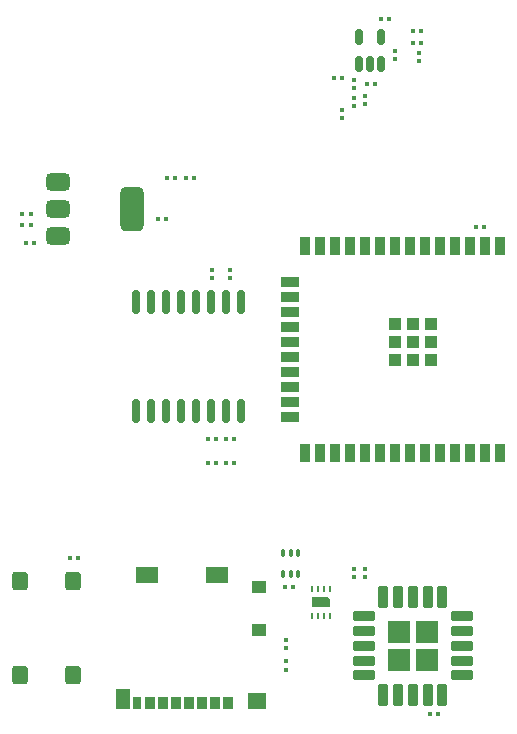
<source format=gtp>
%TF.GenerationSoftware,KiCad,Pcbnew,9.0.6*%
%TF.CreationDate,2026-01-28T16:00:35+00:00*%
%TF.ProjectId,RoomHealthBlackBox,526f6f6d-4865-4616-9c74-68426c61636b,rev?*%
%TF.SameCoordinates,Original*%
%TF.FileFunction,Paste,Top*%
%TF.FilePolarity,Positive*%
%FSLAX46Y46*%
G04 Gerber Fmt 4.6, Leading zero omitted, Abs format (unit mm)*
G04 Created by KiCad (PCBNEW 9.0.6) date 2026-01-28 16:00:35*
%MOMM*%
%LPD*%
G01*
G04 APERTURE LIST*
G04 Aperture macros list*
%AMRoundRect*
0 Rectangle with rounded corners*
0 $1 Rounding radius*
0 $2 $3 $4 $5 $6 $7 $8 $9 X,Y pos of 4 corners*
0 Add a 4 corners polygon primitive as box body*
4,1,4,$2,$3,$4,$5,$6,$7,$8,$9,$2,$3,0*
0 Add four circle primitives for the rounded corners*
1,1,$1+$1,$2,$3*
1,1,$1+$1,$4,$5*
1,1,$1+$1,$6,$7*
1,1,$1+$1,$8,$9*
0 Add four rect primitives between the rounded corners*
20,1,$1+$1,$2,$3,$4,$5,0*
20,1,$1+$1,$4,$5,$6,$7,0*
20,1,$1+$1,$6,$7,$8,$9,0*
20,1,$1+$1,$8,$9,$2,$3,0*%
%AMFreePoly0*
4,1,6,0.450000,-0.800000,-0.450000,-0.800000,-0.450000,0.530000,-0.180000,0.800000,0.450000,0.800000,0.450000,-0.800000,0.450000,-0.800000,$1*%
G04 Aperture macros list end*
%ADD10RoundRect,0.079500X0.079500X0.100500X-0.079500X0.100500X-0.079500X-0.100500X0.079500X-0.100500X0*%
%ADD11RoundRect,0.079500X0.100500X-0.079500X0.100500X0.079500X-0.100500X0.079500X-0.100500X-0.079500X0*%
%ADD12RoundRect,0.079500X-0.079500X-0.100500X0.079500X-0.100500X0.079500X0.100500X-0.079500X0.100500X0*%
%ADD13RoundRect,0.079500X-0.100500X0.079500X-0.100500X-0.079500X0.100500X-0.079500X0.100500X0.079500X0*%
%ADD14R,0.850000X1.100000*%
%ADD15R,0.750000X1.100000*%
%ADD16R,1.200000X1.000000*%
%ADD17R,1.550000X1.350000*%
%ADD18R,1.900000X1.350000*%
%ADD19R,1.170000X1.800000*%
%ADD20RoundRect,0.375000X-0.625000X-0.375000X0.625000X-0.375000X0.625000X0.375000X-0.625000X0.375000X0*%
%ADD21RoundRect,0.500000X-0.500000X-1.400000X0.500000X-1.400000X0.500000X1.400000X-0.500000X1.400000X0*%
%ADD22RoundRect,0.250001X0.714999X0.714999X-0.714999X0.714999X-0.714999X-0.714999X0.714999X-0.714999X0*%
%ADD23RoundRect,0.212500X0.737500X0.212500X-0.737500X0.212500X-0.737500X-0.212500X0.737500X-0.212500X0*%
%ADD24RoundRect,0.212500X0.212500X0.737500X-0.212500X0.737500X-0.212500X-0.737500X0.212500X-0.737500X0*%
%ADD25RoundRect,0.250000X0.400000X-0.525000X0.400000X0.525000X-0.400000X0.525000X-0.400000X-0.525000X0*%
%ADD26R,0.900000X1.500000*%
%ADD27R,1.500000X0.900000*%
%ADD28R,1.050000X1.050000*%
%ADD29RoundRect,0.150000X0.150000X-0.512500X0.150000X0.512500X-0.150000X0.512500X-0.150000X-0.512500X0*%
%ADD30RoundRect,0.150000X-0.150000X0.875000X-0.150000X-0.875000X0.150000X-0.875000X0.150000X0.875000X0*%
%ADD31RoundRect,0.075000X0.075000X-0.250000X0.075000X0.250000X-0.075000X0.250000X-0.075000X-0.250000X0*%
%ADD32FreePoly0,270.000000*%
%ADD33R,0.250000X0.550000*%
G04 APERTURE END LIST*
D10*
%TO.C,D_ENV1*%
X169500000Y-96460000D03*
X168810000Y-96460000D03*
%TD*%
D11*
%TO.C,R2*%
X166500000Y-143665000D03*
X166500000Y-142975000D03*
%TD*%
D12*
%TO.C,R_ENV1*%
X171500000Y-98460000D03*
X172190000Y-98460000D03*
%TD*%
D10*
%TO.C,R_LED_R1*%
X154845000Y-134000000D03*
X154155000Y-134000000D03*
%TD*%
D13*
%TO.C,R4*%
X166500000Y-103115000D03*
X166500000Y-103805000D03*
%TD*%
D12*
%TO.C,R_V1*%
X150711000Y-109892840D03*
X151401000Y-109892840D03*
%TD*%
D14*
%TO.C,J2*%
X155835000Y-154325000D03*
X154735000Y-154325000D03*
X153635000Y-154325000D03*
X152535000Y-154325000D03*
X151435000Y-154325000D03*
X150335000Y-154325000D03*
X149235000Y-154325000D03*
D15*
X148185000Y-154325000D03*
D16*
X158470000Y-148175000D03*
X158470000Y-144475000D03*
D17*
X158295000Y-154200000D03*
D18*
X154970000Y-143500000D03*
X149000000Y-143500000D03*
D19*
X146975000Y-153975000D03*
%TD*%
D13*
%TO.C,R7*%
X170000000Y-99115000D03*
X170000000Y-99805000D03*
%TD*%
%TO.C,R_ADC1*%
X172000000Y-99270000D03*
X172000000Y-99960000D03*
%TD*%
D11*
%TO.C,R1*%
X167500000Y-143640000D03*
X167500000Y-142950000D03*
%TD*%
%TO.C,C_SD1*%
X160800001Y-151500000D03*
X160800001Y-150810000D03*
%TD*%
D10*
%TO.C,D1*%
X139146000Y-112892840D03*
X138456000Y-112892840D03*
%TD*%
D11*
%TO.C,R5*%
X166500000Y-102305000D03*
X166500000Y-101615000D03*
%TD*%
D12*
%TO.C,C_ENV1*%
X171500000Y-97460000D03*
X172190000Y-97460000D03*
%TD*%
D10*
%TO.C,D2*%
X139146000Y-113892840D03*
X138456000Y-113892840D03*
%TD*%
%TO.C,R_LED_G1*%
X154870000Y-132000000D03*
X154180000Y-132000000D03*
%TD*%
D12*
%TO.C,C_IN1*%
X138776000Y-115392840D03*
X139466000Y-115392840D03*
%TD*%
D20*
%TO.C,U3*%
X141451000Y-110200000D03*
X141451000Y-112500000D03*
D21*
X147751000Y-112500000D03*
D20*
X141451000Y-114800000D03*
%TD*%
D11*
%TO.C,C_REF1*%
X167500000Y-103650000D03*
X167500000Y-102960000D03*
%TD*%
D12*
%TO.C,C_CO2*%
X172960000Y-155300000D03*
X173650000Y-155300000D03*
%TD*%
D11*
%TO.C,R3*%
X165500000Y-104805000D03*
X165500000Y-104115000D03*
%TD*%
D13*
%TO.C,R_RTCINT1*%
X154500000Y-117655000D03*
X154500000Y-118345000D03*
%TD*%
D22*
%TO.C,U4*%
X172705000Y-150700000D03*
X172705000Y-148300000D03*
X170305000Y-150700000D03*
X170305000Y-148300000D03*
D23*
X175655000Y-152000000D03*
X175655000Y-150750000D03*
X175655000Y-149500000D03*
X175655000Y-148250000D03*
X175655000Y-147000000D03*
D24*
X174005000Y-145350000D03*
X172755000Y-145350000D03*
X171505000Y-145350000D03*
X170255000Y-145350000D03*
X169005000Y-145350000D03*
D23*
X167355000Y-147000000D03*
X167355000Y-148250000D03*
X167355000Y-149500000D03*
X167355000Y-150750000D03*
X167355000Y-152000000D03*
D24*
X169005000Y-153650000D03*
X170255000Y-153650000D03*
X171505000Y-153650000D03*
X172755000Y-153650000D03*
X174005000Y-153650000D03*
%TD*%
D10*
%TO.C,C_IN2*%
X165525000Y-101460000D03*
X164835000Y-101460000D03*
%TD*%
D25*
%TO.C,SW_CFG1*%
X138250000Y-151980000D03*
X138250000Y-144020000D03*
X142750000Y-151980000D03*
X142750000Y-144020000D03*
%TD*%
D10*
%TO.C,C_OUT1*%
X150646000Y-113392840D03*
X149956000Y-113392840D03*
%TD*%
D12*
%TO.C,R_V2*%
X152276000Y-109892840D03*
X152966000Y-109892840D03*
%TD*%
D10*
%TO.C,D_R1*%
X156345000Y-134000000D03*
X155655000Y-134000000D03*
%TD*%
%TO.C,R_EN1*%
X177525000Y-114000000D03*
X176835000Y-114000000D03*
%TD*%
D26*
%TO.C,U1*%
X178865000Y-115667500D03*
X177595000Y-115667500D03*
X176325000Y-115667500D03*
X175055000Y-115667500D03*
X173785000Y-115667500D03*
X172515000Y-115667500D03*
X171245000Y-115667500D03*
X169975000Y-115667500D03*
X168705000Y-115667500D03*
X167435000Y-115667500D03*
X166165000Y-115667500D03*
X164895000Y-115667500D03*
X163625000Y-115667500D03*
X162355000Y-115667500D03*
D27*
X161105000Y-118707500D03*
X161105000Y-119977500D03*
X161105000Y-121247500D03*
X161105000Y-122517500D03*
X161105000Y-123787500D03*
X161105000Y-125057500D03*
X161105000Y-126327500D03*
X161105000Y-127597500D03*
X161105000Y-128867500D03*
X161105000Y-130137500D03*
D26*
X162355000Y-133167500D03*
X163625000Y-133167500D03*
X164895000Y-133167500D03*
X166165000Y-133167500D03*
X167435000Y-133167500D03*
X168705000Y-133167500D03*
X169975000Y-133167500D03*
X171245000Y-133167500D03*
X172515000Y-133167500D03*
X173785000Y-133167500D03*
X175055000Y-133167500D03*
X176325000Y-133167500D03*
X177595000Y-133167500D03*
X178865000Y-133167500D03*
D28*
X173050000Y-122212500D03*
X171525000Y-122212500D03*
X170000000Y-122212500D03*
X173050000Y-123737500D03*
X171525000Y-123737500D03*
X170000000Y-123737500D03*
X173050000Y-125262500D03*
X171525000Y-125262500D03*
X170000000Y-125262500D03*
%TD*%
D10*
%TO.C,D_G1*%
X156345000Y-132000000D03*
X155655000Y-132000000D03*
%TD*%
D13*
%TO.C,C_RTC1*%
X156000000Y-117655000D03*
X156000000Y-118345000D03*
%TD*%
D12*
%TO.C,C_LUX1*%
X160655000Y-144500000D03*
X161345000Y-144500000D03*
%TD*%
D29*
%TO.C,U_MIC1*%
X166912500Y-100235000D03*
X167862500Y-100235000D03*
X168812500Y-100235000D03*
X168812500Y-97960000D03*
X166912500Y-97960000D03*
%TD*%
D10*
%TO.C,R_CFG1*%
X143155000Y-142040000D03*
X142465000Y-142040000D03*
%TD*%
D30*
%TO.C,U_CLK1*%
X156945000Y-120350000D03*
X155675000Y-120350000D03*
X154405000Y-120350000D03*
X153135000Y-120350000D03*
X151865000Y-120350000D03*
X150595000Y-120350000D03*
X149325000Y-120350000D03*
X148055000Y-120350000D03*
X148055000Y-129650000D03*
X149325000Y-129650000D03*
X150595000Y-129650000D03*
X151865000Y-129650000D03*
X153135000Y-129650000D03*
X154405000Y-129650000D03*
X155675000Y-129650000D03*
X156945000Y-129650000D03*
%TD*%
D31*
%TO.C,U_LUX1*%
X160505000Y-143400000D03*
X161155000Y-143400000D03*
X161805000Y-143400000D03*
X161805000Y-141600000D03*
X161155000Y-141600000D03*
X160505000Y-141600000D03*
%TD*%
D32*
%TO.C,U2*%
X163750000Y-145825000D03*
D33*
X164500000Y-144650000D03*
X164000000Y-144650000D03*
X163500000Y-144650000D03*
X163000000Y-144650000D03*
X163000000Y-147000000D03*
X163500000Y-147000000D03*
X164000000Y-147000000D03*
X164500000Y-147000000D03*
%TD*%
D11*
%TO.C,C_SD2*%
X160800001Y-149665000D03*
X160800001Y-148975000D03*
%TD*%
D12*
%TO.C,R6*%
X167655000Y-101960000D03*
X168345000Y-101960000D03*
%TD*%
M02*

</source>
